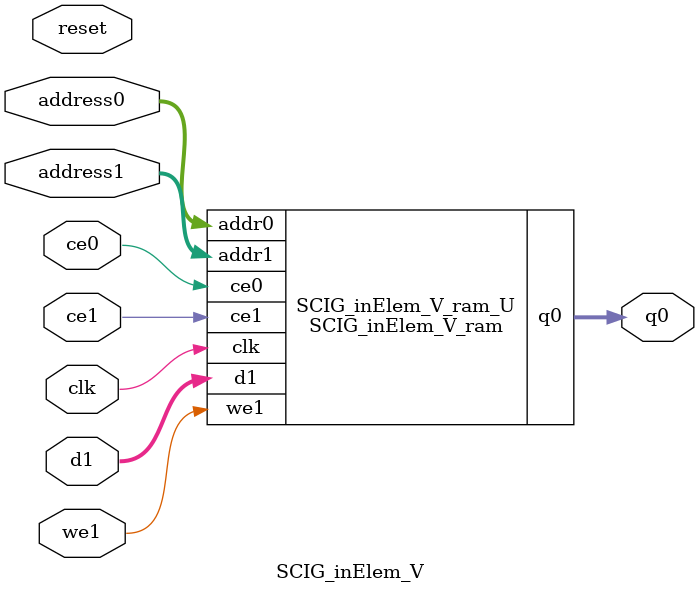
<source format=v>
`timescale 1 ns / 1 ps
module SCIG_inElem_V_ram (addr0, ce0, q0, addr1, ce1, d1, we1,  clk);

parameter DWIDTH = 16;
parameter AWIDTH = 8;
parameter MEM_SIZE = 256;

input[AWIDTH-1:0] addr0;
input ce0;
output reg[DWIDTH-1:0] q0;
input[AWIDTH-1:0] addr1;
input ce1;
input[DWIDTH-1:0] d1;
input we1;
input clk;

(* ram_style = "distributed" *)reg [DWIDTH-1:0] ram[0:MEM_SIZE-1];




always @(posedge clk)  
begin 
    if (ce0) 
    begin
        q0 <= ram[addr0];
    end
end


always @(posedge clk)  
begin 
    if (ce1) 
    begin
        if (we1) 
        begin 
            ram[addr1] <= d1; 
        end 
    end
end


endmodule

`timescale 1 ns / 1 ps
module SCIG_inElem_V(
    reset,
    clk,
    address0,
    ce0,
    q0,
    address1,
    ce1,
    we1,
    d1);

parameter DataWidth = 32'd16;
parameter AddressRange = 32'd256;
parameter AddressWidth = 32'd8;
input reset;
input clk;
input[AddressWidth - 1:0] address0;
input ce0;
output[DataWidth - 1:0] q0;
input[AddressWidth - 1:0] address1;
input ce1;
input we1;
input[DataWidth - 1:0] d1;



SCIG_inElem_V_ram SCIG_inElem_V_ram_U(
    .clk( clk ),
    .addr0( address0 ),
    .ce0( ce0 ),
    .q0( q0 ),
    .addr1( address1 ),
    .ce1( ce1 ),
    .we1( we1 ),
    .d1( d1 ));

endmodule


</source>
